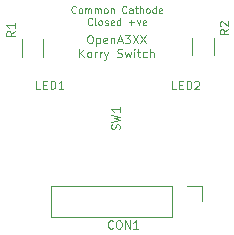
<source format=gto>
G04 #@! TF.GenerationSoftware,KiCad,Pcbnew,(5.1.10)-1*
G04 #@! TF.CreationDate,2021-06-08T20:19:30+01:00*
G04 #@! TF.ProjectId,Korry_PCB2,4b6f7272-795f-4504-9342-322e6b696361,V1*
G04 #@! TF.SameCoordinates,Original*
G04 #@! TF.FileFunction,Legend,Top*
G04 #@! TF.FilePolarity,Positive*
%FSLAX46Y46*%
G04 Gerber Fmt 4.6, Leading zero omitted, Abs format (unit mm)*
G04 Created by KiCad (PCBNEW (5.1.10)-1) date 2021-06-08 20:19:30*
%MOMM*%
%LPD*%
G01*
G04 APERTURE LIST*
%ADD10C,0.120000*%
%ADD11O,2.000000X1.500000*%
%ADD12R,1.800000X1.800000*%
%ADD13C,1.800000*%
%ADD14R,1.700000X1.700000*%
%ADD15O,1.700000X1.700000*%
G04 APERTURE END LIST*
D10*
X62759560Y-37830166D02*
X62892893Y-37830166D01*
X62959560Y-37863500D01*
X63026226Y-37930166D01*
X63059560Y-38063500D01*
X63059560Y-38296833D01*
X63026226Y-38430166D01*
X62959560Y-38496833D01*
X62892893Y-38530166D01*
X62759560Y-38530166D01*
X62692893Y-38496833D01*
X62626226Y-38430166D01*
X62592893Y-38296833D01*
X62592893Y-38063500D01*
X62626226Y-37930166D01*
X62692893Y-37863500D01*
X62759560Y-37830166D01*
X63359560Y-38063500D02*
X63359560Y-38763500D01*
X63359560Y-38096833D02*
X63426226Y-38063500D01*
X63559560Y-38063500D01*
X63626226Y-38096833D01*
X63659560Y-38130166D01*
X63692893Y-38196833D01*
X63692893Y-38396833D01*
X63659560Y-38463500D01*
X63626226Y-38496833D01*
X63559560Y-38530166D01*
X63426226Y-38530166D01*
X63359560Y-38496833D01*
X64259560Y-38496833D02*
X64192893Y-38530166D01*
X64059560Y-38530166D01*
X63992893Y-38496833D01*
X63959560Y-38430166D01*
X63959560Y-38163500D01*
X63992893Y-38096833D01*
X64059560Y-38063500D01*
X64192893Y-38063500D01*
X64259560Y-38096833D01*
X64292893Y-38163500D01*
X64292893Y-38230166D01*
X63959560Y-38296833D01*
X64592893Y-38063500D02*
X64592893Y-38530166D01*
X64592893Y-38130166D02*
X64626226Y-38096833D01*
X64692893Y-38063500D01*
X64792893Y-38063500D01*
X64859560Y-38096833D01*
X64892893Y-38163500D01*
X64892893Y-38530166D01*
X65192893Y-38330166D02*
X65526226Y-38330166D01*
X65126226Y-38530166D02*
X65359560Y-37830166D01*
X65592893Y-38530166D01*
X65759560Y-37830166D02*
X66192893Y-37830166D01*
X65959560Y-38096833D01*
X66059560Y-38096833D01*
X66126226Y-38130166D01*
X66159560Y-38163500D01*
X66192893Y-38230166D01*
X66192893Y-38396833D01*
X66159560Y-38463500D01*
X66126226Y-38496833D01*
X66059560Y-38530166D01*
X65859560Y-38530166D01*
X65792893Y-38496833D01*
X65759560Y-38463500D01*
X66426226Y-37830166D02*
X66892893Y-38530166D01*
X66892893Y-37830166D02*
X66426226Y-38530166D01*
X67092893Y-37830166D02*
X67559560Y-38530166D01*
X67559560Y-37830166D02*
X67092893Y-38530166D01*
X61909560Y-39700166D02*
X61909560Y-39000166D01*
X62309560Y-39700166D02*
X62009560Y-39300166D01*
X62309560Y-39000166D02*
X61909560Y-39400166D01*
X62709560Y-39700166D02*
X62642893Y-39666833D01*
X62609560Y-39633500D01*
X62576226Y-39566833D01*
X62576226Y-39366833D01*
X62609560Y-39300166D01*
X62642893Y-39266833D01*
X62709560Y-39233500D01*
X62809560Y-39233500D01*
X62876226Y-39266833D01*
X62909560Y-39300166D01*
X62942893Y-39366833D01*
X62942893Y-39566833D01*
X62909560Y-39633500D01*
X62876226Y-39666833D01*
X62809560Y-39700166D01*
X62709560Y-39700166D01*
X63242893Y-39700166D02*
X63242893Y-39233500D01*
X63242893Y-39366833D02*
X63276226Y-39300166D01*
X63309560Y-39266833D01*
X63376226Y-39233500D01*
X63442893Y-39233500D01*
X63676226Y-39700166D02*
X63676226Y-39233500D01*
X63676226Y-39366833D02*
X63709560Y-39300166D01*
X63742893Y-39266833D01*
X63809560Y-39233500D01*
X63876226Y-39233500D01*
X64042893Y-39233500D02*
X64209560Y-39700166D01*
X64376226Y-39233500D02*
X64209560Y-39700166D01*
X64142893Y-39866833D01*
X64109560Y-39900166D01*
X64042893Y-39933500D01*
X65142893Y-39666833D02*
X65242893Y-39700166D01*
X65409560Y-39700166D01*
X65476226Y-39666833D01*
X65509560Y-39633500D01*
X65542893Y-39566833D01*
X65542893Y-39500166D01*
X65509560Y-39433500D01*
X65476226Y-39400166D01*
X65409560Y-39366833D01*
X65276226Y-39333500D01*
X65209560Y-39300166D01*
X65176226Y-39266833D01*
X65142893Y-39200166D01*
X65142893Y-39133500D01*
X65176226Y-39066833D01*
X65209560Y-39033500D01*
X65276226Y-39000166D01*
X65442893Y-39000166D01*
X65542893Y-39033500D01*
X65776226Y-39233500D02*
X65909560Y-39700166D01*
X66042893Y-39366833D01*
X66176226Y-39700166D01*
X66309560Y-39233500D01*
X66576226Y-39700166D02*
X66576226Y-39233500D01*
X66576226Y-39000166D02*
X66542893Y-39033500D01*
X66576226Y-39066833D01*
X66609560Y-39033500D01*
X66576226Y-39000166D01*
X66576226Y-39066833D01*
X66809560Y-39233500D02*
X67076226Y-39233500D01*
X66909560Y-39000166D02*
X66909560Y-39600166D01*
X66942893Y-39666833D01*
X67009560Y-39700166D01*
X67076226Y-39700166D01*
X67609560Y-39666833D02*
X67542893Y-39700166D01*
X67409560Y-39700166D01*
X67342893Y-39666833D01*
X67309560Y-39633500D01*
X67276226Y-39566833D01*
X67276226Y-39366833D01*
X67309560Y-39300166D01*
X67342893Y-39266833D01*
X67409560Y-39233500D01*
X67542893Y-39233500D01*
X67609560Y-39266833D01*
X67909560Y-39700166D02*
X67909560Y-39000166D01*
X68209560Y-39700166D02*
X68209560Y-39333500D01*
X68176226Y-39266833D01*
X68109560Y-39233500D01*
X68009560Y-39233500D01*
X67942893Y-39266833D01*
X67909560Y-39300166D01*
X61618611Y-35894205D02*
X61590040Y-35922777D01*
X61504325Y-35951348D01*
X61447182Y-35951348D01*
X61361468Y-35922777D01*
X61304325Y-35865634D01*
X61275754Y-35808491D01*
X61247182Y-35694205D01*
X61247182Y-35608491D01*
X61275754Y-35494205D01*
X61304325Y-35437062D01*
X61361468Y-35379920D01*
X61447182Y-35351348D01*
X61504325Y-35351348D01*
X61590040Y-35379920D01*
X61618611Y-35408491D01*
X61961468Y-35951348D02*
X61904325Y-35922777D01*
X61875754Y-35894205D01*
X61847182Y-35837062D01*
X61847182Y-35665634D01*
X61875754Y-35608491D01*
X61904325Y-35579920D01*
X61961468Y-35551348D01*
X62047182Y-35551348D01*
X62104325Y-35579920D01*
X62132897Y-35608491D01*
X62161468Y-35665634D01*
X62161468Y-35837062D01*
X62132897Y-35894205D01*
X62104325Y-35922777D01*
X62047182Y-35951348D01*
X61961468Y-35951348D01*
X62418611Y-35951348D02*
X62418611Y-35551348D01*
X62418611Y-35608491D02*
X62447182Y-35579920D01*
X62504325Y-35551348D01*
X62590040Y-35551348D01*
X62647182Y-35579920D01*
X62675754Y-35637062D01*
X62675754Y-35951348D01*
X62675754Y-35637062D02*
X62704325Y-35579920D01*
X62761468Y-35551348D01*
X62847182Y-35551348D01*
X62904325Y-35579920D01*
X62932897Y-35637062D01*
X62932897Y-35951348D01*
X63218611Y-35951348D02*
X63218611Y-35551348D01*
X63218611Y-35608491D02*
X63247182Y-35579920D01*
X63304325Y-35551348D01*
X63390040Y-35551348D01*
X63447182Y-35579920D01*
X63475754Y-35637062D01*
X63475754Y-35951348D01*
X63475754Y-35637062D02*
X63504325Y-35579920D01*
X63561468Y-35551348D01*
X63647182Y-35551348D01*
X63704325Y-35579920D01*
X63732897Y-35637062D01*
X63732897Y-35951348D01*
X64104325Y-35951348D02*
X64047182Y-35922777D01*
X64018611Y-35894205D01*
X63990040Y-35837062D01*
X63990040Y-35665634D01*
X64018611Y-35608491D01*
X64047182Y-35579920D01*
X64104325Y-35551348D01*
X64190040Y-35551348D01*
X64247182Y-35579920D01*
X64275754Y-35608491D01*
X64304325Y-35665634D01*
X64304325Y-35837062D01*
X64275754Y-35894205D01*
X64247182Y-35922777D01*
X64190040Y-35951348D01*
X64104325Y-35951348D01*
X64561468Y-35551348D02*
X64561468Y-35951348D01*
X64561468Y-35608491D02*
X64590040Y-35579920D01*
X64647182Y-35551348D01*
X64732897Y-35551348D01*
X64790040Y-35579920D01*
X64818611Y-35637062D01*
X64818611Y-35951348D01*
X65904325Y-35894205D02*
X65875754Y-35922777D01*
X65790040Y-35951348D01*
X65732897Y-35951348D01*
X65647182Y-35922777D01*
X65590040Y-35865634D01*
X65561468Y-35808491D01*
X65532897Y-35694205D01*
X65532897Y-35608491D01*
X65561468Y-35494205D01*
X65590040Y-35437062D01*
X65647182Y-35379920D01*
X65732897Y-35351348D01*
X65790040Y-35351348D01*
X65875754Y-35379920D01*
X65904325Y-35408491D01*
X66418611Y-35951348D02*
X66418611Y-35637062D01*
X66390040Y-35579920D01*
X66332897Y-35551348D01*
X66218611Y-35551348D01*
X66161468Y-35579920D01*
X66418611Y-35922777D02*
X66361468Y-35951348D01*
X66218611Y-35951348D01*
X66161468Y-35922777D01*
X66132897Y-35865634D01*
X66132897Y-35808491D01*
X66161468Y-35751348D01*
X66218611Y-35722777D01*
X66361468Y-35722777D01*
X66418611Y-35694205D01*
X66618611Y-35551348D02*
X66847182Y-35551348D01*
X66704325Y-35351348D02*
X66704325Y-35865634D01*
X66732897Y-35922777D01*
X66790040Y-35951348D01*
X66847182Y-35951348D01*
X67047182Y-35951348D02*
X67047182Y-35351348D01*
X67304325Y-35951348D02*
X67304325Y-35637062D01*
X67275754Y-35579920D01*
X67218611Y-35551348D01*
X67132897Y-35551348D01*
X67075754Y-35579920D01*
X67047182Y-35608491D01*
X67675754Y-35951348D02*
X67618611Y-35922777D01*
X67590040Y-35894205D01*
X67561468Y-35837062D01*
X67561468Y-35665634D01*
X67590040Y-35608491D01*
X67618611Y-35579920D01*
X67675754Y-35551348D01*
X67761468Y-35551348D01*
X67818611Y-35579920D01*
X67847182Y-35608491D01*
X67875754Y-35665634D01*
X67875754Y-35837062D01*
X67847182Y-35894205D01*
X67818611Y-35922777D01*
X67761468Y-35951348D01*
X67675754Y-35951348D01*
X68390040Y-35951348D02*
X68390040Y-35351348D01*
X68390040Y-35922777D02*
X68332897Y-35951348D01*
X68218611Y-35951348D01*
X68161468Y-35922777D01*
X68132897Y-35894205D01*
X68104325Y-35837062D01*
X68104325Y-35665634D01*
X68132897Y-35608491D01*
X68161468Y-35579920D01*
X68218611Y-35551348D01*
X68332897Y-35551348D01*
X68390040Y-35579920D01*
X68904325Y-35922777D02*
X68847182Y-35951348D01*
X68732897Y-35951348D01*
X68675754Y-35922777D01*
X68647182Y-35865634D01*
X68647182Y-35637062D01*
X68675754Y-35579920D01*
X68732897Y-35551348D01*
X68847182Y-35551348D01*
X68904325Y-35579920D01*
X68932897Y-35637062D01*
X68932897Y-35694205D01*
X68647182Y-35751348D01*
X62990040Y-36914205D02*
X62961468Y-36942777D01*
X62875754Y-36971348D01*
X62818611Y-36971348D01*
X62732897Y-36942777D01*
X62675754Y-36885634D01*
X62647182Y-36828491D01*
X62618611Y-36714205D01*
X62618611Y-36628491D01*
X62647182Y-36514205D01*
X62675754Y-36457062D01*
X62732897Y-36399920D01*
X62818611Y-36371348D01*
X62875754Y-36371348D01*
X62961468Y-36399920D01*
X62990040Y-36428491D01*
X63332897Y-36971348D02*
X63275754Y-36942777D01*
X63247182Y-36885634D01*
X63247182Y-36371348D01*
X63647182Y-36971348D02*
X63590040Y-36942777D01*
X63561468Y-36914205D01*
X63532897Y-36857062D01*
X63532897Y-36685634D01*
X63561468Y-36628491D01*
X63590040Y-36599920D01*
X63647182Y-36571348D01*
X63732897Y-36571348D01*
X63790040Y-36599920D01*
X63818611Y-36628491D01*
X63847182Y-36685634D01*
X63847182Y-36857062D01*
X63818611Y-36914205D01*
X63790040Y-36942777D01*
X63732897Y-36971348D01*
X63647182Y-36971348D01*
X64075754Y-36942777D02*
X64132897Y-36971348D01*
X64247182Y-36971348D01*
X64304325Y-36942777D01*
X64332897Y-36885634D01*
X64332897Y-36857062D01*
X64304325Y-36799920D01*
X64247182Y-36771348D01*
X64161468Y-36771348D01*
X64104325Y-36742777D01*
X64075754Y-36685634D01*
X64075754Y-36657062D01*
X64104325Y-36599920D01*
X64161468Y-36571348D01*
X64247182Y-36571348D01*
X64304325Y-36599920D01*
X64818611Y-36942777D02*
X64761468Y-36971348D01*
X64647182Y-36971348D01*
X64590040Y-36942777D01*
X64561468Y-36885634D01*
X64561468Y-36657062D01*
X64590040Y-36599920D01*
X64647182Y-36571348D01*
X64761468Y-36571348D01*
X64818611Y-36599920D01*
X64847182Y-36657062D01*
X64847182Y-36714205D01*
X64561468Y-36771348D01*
X65361468Y-36971348D02*
X65361468Y-36371348D01*
X65361468Y-36942777D02*
X65304325Y-36971348D01*
X65190040Y-36971348D01*
X65132897Y-36942777D01*
X65104325Y-36914205D01*
X65075754Y-36857062D01*
X65075754Y-36685634D01*
X65104325Y-36628491D01*
X65132897Y-36599920D01*
X65190040Y-36571348D01*
X65304325Y-36571348D01*
X65361468Y-36599920D01*
X66104325Y-36742777D02*
X66561468Y-36742777D01*
X66332897Y-36971348D02*
X66332897Y-36514205D01*
X66790040Y-36571348D02*
X66932897Y-36971348D01*
X67075754Y-36571348D01*
X67532897Y-36942777D02*
X67475754Y-36971348D01*
X67361468Y-36971348D01*
X67304325Y-36942777D01*
X67275754Y-36885634D01*
X67275754Y-36657062D01*
X67304325Y-36599920D01*
X67361468Y-36571348D01*
X67475754Y-36571348D01*
X67532897Y-36599920D01*
X67561468Y-36657062D01*
X67561468Y-36714205D01*
X67275754Y-36771348D01*
X59505540Y-50567280D02*
X59505540Y-53227280D01*
X69725540Y-50567280D02*
X59505540Y-50567280D01*
X69725540Y-53227280D02*
X59505540Y-53227280D01*
X69725540Y-50567280D02*
X69725540Y-53227280D01*
X70995540Y-50567280D02*
X72325540Y-50567280D01*
X72325540Y-50567280D02*
X72325540Y-51897280D01*
X57042640Y-39639864D02*
X57042640Y-38185736D01*
X58862640Y-39639864D02*
X58862640Y-38185736D01*
X73305080Y-39517944D02*
X73305080Y-38063816D01*
X71485080Y-39517944D02*
X71485080Y-38063816D01*
X65289553Y-45784653D02*
X65322886Y-45684653D01*
X65322886Y-45517986D01*
X65289553Y-45451320D01*
X65256220Y-45417986D01*
X65189553Y-45384653D01*
X65122886Y-45384653D01*
X65056220Y-45417986D01*
X65022886Y-45451320D01*
X64989553Y-45517986D01*
X64956220Y-45651320D01*
X64922886Y-45717986D01*
X64889553Y-45751320D01*
X64822886Y-45784653D01*
X64756220Y-45784653D01*
X64689553Y-45751320D01*
X64656220Y-45717986D01*
X64622886Y-45651320D01*
X64622886Y-45484653D01*
X64656220Y-45384653D01*
X64622886Y-45151320D02*
X65322886Y-44984653D01*
X64822886Y-44851320D01*
X65322886Y-44717986D01*
X64622886Y-44551320D01*
X65322886Y-43917986D02*
X65322886Y-44317986D01*
X65322886Y-44117986D02*
X64622886Y-44117986D01*
X64722886Y-44184653D01*
X64789553Y-44251320D01*
X64822886Y-44317986D01*
X58619646Y-42376526D02*
X58286313Y-42376526D01*
X58286313Y-41676526D01*
X58852980Y-42009860D02*
X59086313Y-42009860D01*
X59186313Y-42376526D02*
X58852980Y-42376526D01*
X58852980Y-41676526D01*
X59186313Y-41676526D01*
X59486313Y-42376526D02*
X59486313Y-41676526D01*
X59652980Y-41676526D01*
X59752980Y-41709860D01*
X59819646Y-41776526D01*
X59852980Y-41843193D01*
X59886313Y-41976526D01*
X59886313Y-42076526D01*
X59852980Y-42209860D01*
X59819646Y-42276526D01*
X59752980Y-42343193D01*
X59652980Y-42376526D01*
X59486313Y-42376526D01*
X60552980Y-42376526D02*
X60152980Y-42376526D01*
X60352980Y-42376526D02*
X60352980Y-41676526D01*
X60286313Y-41776526D01*
X60219646Y-41843193D01*
X60152980Y-41876526D01*
X70130926Y-42414626D02*
X69797593Y-42414626D01*
X69797593Y-41714626D01*
X70364260Y-42047960D02*
X70597593Y-42047960D01*
X70697593Y-42414626D02*
X70364260Y-42414626D01*
X70364260Y-41714626D01*
X70697593Y-41714626D01*
X70997593Y-42414626D02*
X70997593Y-41714626D01*
X71164260Y-41714626D01*
X71264260Y-41747960D01*
X71330926Y-41814626D01*
X71364260Y-41881293D01*
X71397593Y-42014626D01*
X71397593Y-42114626D01*
X71364260Y-42247960D01*
X71330926Y-42314626D01*
X71264260Y-42381293D01*
X71164260Y-42414626D01*
X70997593Y-42414626D01*
X71664260Y-41781293D02*
X71697593Y-41747960D01*
X71764260Y-41714626D01*
X71930926Y-41714626D01*
X71997593Y-41747960D01*
X72030926Y-41781293D01*
X72064260Y-41847960D01*
X72064260Y-41914626D01*
X72030926Y-42014626D01*
X71630926Y-42414626D01*
X72064260Y-42414626D01*
X64763280Y-54146260D02*
X64729946Y-54179593D01*
X64629946Y-54212926D01*
X64563280Y-54212926D01*
X64463280Y-54179593D01*
X64396613Y-54112926D01*
X64363280Y-54046260D01*
X64329946Y-53912926D01*
X64329946Y-53812926D01*
X64363280Y-53679593D01*
X64396613Y-53612926D01*
X64463280Y-53546260D01*
X64563280Y-53512926D01*
X64629946Y-53512926D01*
X64729946Y-53546260D01*
X64763280Y-53579593D01*
X65196613Y-53512926D02*
X65329946Y-53512926D01*
X65396613Y-53546260D01*
X65463280Y-53612926D01*
X65496613Y-53746260D01*
X65496613Y-53979593D01*
X65463280Y-54112926D01*
X65396613Y-54179593D01*
X65329946Y-54212926D01*
X65196613Y-54212926D01*
X65129946Y-54179593D01*
X65063280Y-54112926D01*
X65029946Y-53979593D01*
X65029946Y-53746260D01*
X65063280Y-53612926D01*
X65129946Y-53546260D01*
X65196613Y-53512926D01*
X65796613Y-54212926D02*
X65796613Y-53512926D01*
X66196613Y-54212926D01*
X66196613Y-53512926D01*
X66896613Y-54212926D02*
X66496613Y-54212926D01*
X66696613Y-54212926D02*
X66696613Y-53512926D01*
X66629946Y-53612926D01*
X66563280Y-53679593D01*
X66496613Y-53712926D01*
X56432886Y-37472446D02*
X56099553Y-37705780D01*
X56432886Y-37872446D02*
X55732886Y-37872446D01*
X55732886Y-37605780D01*
X55766220Y-37539113D01*
X55799553Y-37505780D01*
X55866220Y-37472446D01*
X55966220Y-37472446D01*
X56032886Y-37505780D01*
X56066220Y-37539113D01*
X56099553Y-37605780D01*
X56099553Y-37872446D01*
X56432886Y-36805780D02*
X56432886Y-37205780D01*
X56432886Y-37005780D02*
X55732886Y-37005780D01*
X55832886Y-37072446D01*
X55899553Y-37139113D01*
X55932886Y-37205780D01*
X74517686Y-37320046D02*
X74184353Y-37553380D01*
X74517686Y-37720046D02*
X73817686Y-37720046D01*
X73817686Y-37453380D01*
X73851020Y-37386713D01*
X73884353Y-37353380D01*
X73951020Y-37320046D01*
X74051020Y-37320046D01*
X74117686Y-37353380D01*
X74151020Y-37386713D01*
X74184353Y-37453380D01*
X74184353Y-37720046D01*
X73884353Y-37053380D02*
X73851020Y-37020046D01*
X73817686Y-36953380D01*
X73817686Y-36786713D01*
X73851020Y-36720046D01*
X73884353Y-36686713D01*
X73951020Y-36653380D01*
X74017686Y-36653380D01*
X74117686Y-36686713D01*
X74517686Y-37086713D01*
X74517686Y-36653380D01*
%LPC*%
D11*
X62717680Y-46972220D03*
X62717680Y-44932220D03*
X62717680Y-42962220D03*
X67257680Y-42962220D03*
X67257680Y-44932220D03*
X67257680Y-46972220D03*
D12*
X60299600Y-43756580D03*
D13*
X60299600Y-46296580D03*
X69626480Y-46296580D03*
D12*
X69626480Y-43756580D03*
D14*
X70995540Y-51897280D03*
D15*
X68455540Y-51897280D03*
X65915540Y-51897280D03*
X63375540Y-51897280D03*
X60835540Y-51897280D03*
G36*
G01*
X58577643Y-40937800D02*
X57327637Y-40937800D01*
G75*
G02*
X57077640Y-40687803I0J249997D01*
G01*
X57077640Y-40062797D01*
G75*
G02*
X57327637Y-39812800I249997J0D01*
G01*
X58577643Y-39812800D01*
G75*
G02*
X58827640Y-40062797I0J-249997D01*
G01*
X58827640Y-40687803D01*
G75*
G02*
X58577643Y-40937800I-249997J0D01*
G01*
G37*
G36*
G01*
X58577643Y-38012800D02*
X57327637Y-38012800D01*
G75*
G02*
X57077640Y-37762803I0J249997D01*
G01*
X57077640Y-37137797D01*
G75*
G02*
X57327637Y-36887800I249997J0D01*
G01*
X58577643Y-36887800D01*
G75*
G02*
X58827640Y-37137797I0J-249997D01*
G01*
X58827640Y-37762803D01*
G75*
G02*
X58577643Y-38012800I-249997J0D01*
G01*
G37*
G36*
G01*
X73020083Y-37890880D02*
X71770077Y-37890880D01*
G75*
G02*
X71520080Y-37640883I0J249997D01*
G01*
X71520080Y-37015877D01*
G75*
G02*
X71770077Y-36765880I249997J0D01*
G01*
X73020083Y-36765880D01*
G75*
G02*
X73270080Y-37015877I0J-249997D01*
G01*
X73270080Y-37640883D01*
G75*
G02*
X73020083Y-37890880I-249997J0D01*
G01*
G37*
G36*
G01*
X73020083Y-40815880D02*
X71770077Y-40815880D01*
G75*
G02*
X71520080Y-40565883I0J249997D01*
G01*
X71520080Y-39940877D01*
G75*
G02*
X71770077Y-39690880I249997J0D01*
G01*
X73020083Y-39690880D01*
G75*
G02*
X73270080Y-39940877I0J-249997D01*
G01*
X73270080Y-40565883D01*
G75*
G02*
X73020083Y-40815880I-249997J0D01*
G01*
G37*
M02*

</source>
